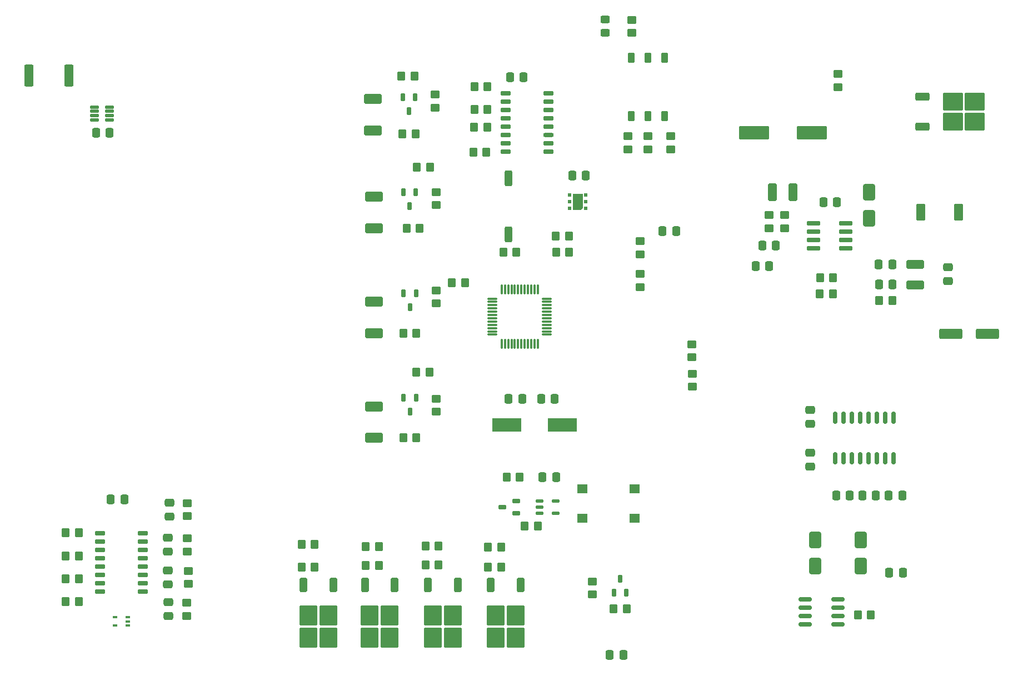
<source format=gtp>
G04 #@! TF.GenerationSoftware,KiCad,Pcbnew,9.0.0*
G04 #@! TF.CreationDate,2025-07-26T18:59:56+02:00*
G04 #@! TF.ProjectId,BANC_TEST_418,42414e43-5f54-4455-9354-5f3431382e6b,rev?*
G04 #@! TF.SameCoordinates,Original*
G04 #@! TF.FileFunction,Paste,Top*
G04 #@! TF.FilePolarity,Positive*
%FSLAX46Y46*%
G04 Gerber Fmt 4.6, Leading zero omitted, Abs format (unit mm)*
G04 Created by KiCad (PCBNEW 9.0.0) date 2025-07-26 18:59:56*
%MOMM*%
%LPD*%
G01*
G04 APERTURE LIST*
G04 Aperture macros list*
%AMRoundRect*
0 Rectangle with rounded corners*
0 $1 Rounding radius*
0 $2 $3 $4 $5 $6 $7 $8 $9 X,Y pos of 4 corners*
0 Add a 4 corners polygon primitive as box body*
4,1,4,$2,$3,$4,$5,$6,$7,$8,$9,$2,$3,0*
0 Add four circle primitives for the rounded corners*
1,1,$1+$1,$2,$3*
1,1,$1+$1,$4,$5*
1,1,$1+$1,$6,$7*
1,1,$1+$1,$8,$9*
0 Add four rect primitives between the rounded corners*
20,1,$1+$1,$2,$3,$4,$5,0*
20,1,$1+$1,$4,$5,$6,$7,0*
20,1,$1+$1,$6,$7,$8,$9,0*
20,1,$1+$1,$8,$9,$2,$3,0*%
%AMFreePoly0*
4,1,6,0.750000,-1.000000,-0.750000,-1.000000,-0.750000,1.150000,-0.500000,1.400000,0.750000,1.400000,0.750000,-1.000000,0.750000,-1.000000,$1*%
G04 Aperture macros list end*
%ADD10RoundRect,0.250000X-0.337500X-0.475000X0.337500X-0.475000X0.337500X0.475000X-0.337500X0.475000X0*%
%ADD11RoundRect,0.250000X-0.450000X0.350000X-0.450000X-0.350000X0.450000X-0.350000X0.450000X0.350000X0*%
%ADD12RoundRect,0.250000X-0.300000X0.500000X-0.300000X-0.500000X0.300000X-0.500000X0.300000X0.500000X0*%
%ADD13RoundRect,0.250000X0.350000X0.450000X-0.350000X0.450000X-0.350000X-0.450000X0.350000X-0.450000X0*%
%ADD14RoundRect,0.100000X0.225000X0.100000X-0.225000X0.100000X-0.225000X-0.100000X0.225000X-0.100000X0*%
%ADD15RoundRect,0.147500X-0.457500X-0.147500X0.457500X-0.147500X0.457500X0.147500X-0.457500X0.147500X0*%
%ADD16RoundRect,0.250000X-0.350000X-0.450000X0.350000X-0.450000X0.350000X0.450000X-0.350000X0.450000X0*%
%ADD17RoundRect,0.250000X-0.350000X0.850000X-0.350000X-0.850000X0.350000X-0.850000X0.350000X0.850000X0*%
%ADD18RoundRect,0.250000X-1.125000X1.275000X-1.125000X-1.275000X1.125000X-1.275000X1.125000X1.275000X0*%
%ADD19RoundRect,0.075000X-0.910000X-0.225000X0.910000X-0.225000X0.910000X0.225000X-0.910000X0.225000X0*%
%ADD20RoundRect,0.250000X0.310000X-0.970000X0.310000X0.970000X-0.310000X0.970000X-0.310000X-0.970000X0*%
%ADD21RoundRect,0.250000X0.475000X-0.337500X0.475000X0.337500X-0.475000X0.337500X-0.475000X-0.337500X0*%
%ADD22RoundRect,0.250000X0.650000X-1.000000X0.650000X1.000000X-0.650000X1.000000X-0.650000X-1.000000X0*%
%ADD23RoundRect,0.250000X0.450000X-0.350000X0.450000X0.350000X-0.450000X0.350000X-0.450000X-0.350000X0*%
%ADD24RoundRect,0.250000X-0.850000X-0.350000X0.850000X-0.350000X0.850000X0.350000X-0.850000X0.350000X0*%
%ADD25RoundRect,0.250000X-1.275000X-1.125000X1.275000X-1.125000X1.275000X1.125000X-1.275000X1.125000X0*%
%ADD26RoundRect,0.250000X0.337500X0.475000X-0.337500X0.475000X-0.337500X-0.475000X0.337500X-0.475000X0*%
%ADD27RoundRect,0.249999X-0.450001X-1.425001X0.450001X-1.425001X0.450001X1.425001X-0.450001X1.425001X0*%
%ADD28RoundRect,0.075000X-0.225000X0.540000X-0.225000X-0.540000X0.225000X-0.540000X0.225000X0.540000X0*%
%ADD29RoundRect,0.150000X-0.650000X-0.150000X0.650000X-0.150000X0.650000X0.150000X-0.650000X0.150000X0*%
%ADD30RoundRect,0.125000X-0.537500X-0.125000X0.537500X-0.125000X0.537500X0.125000X-0.537500X0.125000X0*%
%ADD31RoundRect,0.250000X-1.100000X0.412500X-1.100000X-0.412500X1.100000X-0.412500X1.100000X0.412500X0*%
%ADD32RoundRect,0.150000X-0.825000X-0.150000X0.825000X-0.150000X0.825000X0.150000X-0.825000X0.150000X0*%
%ADD33R,1.600000X1.400000*%
%ADD34RoundRect,0.250000X-1.100000X0.500000X-1.100000X-0.500000X1.100000X-0.500000X1.100000X0.500000X0*%
%ADD35R,4.500000X2.000000*%
%ADD36RoundRect,0.250000X0.445000X1.020000X-0.445000X1.020000X-0.445000X-1.020000X0.445000X-1.020000X0*%
%ADD37RoundRect,0.250000X-0.475000X0.337500X-0.475000X-0.337500X0.475000X-0.337500X0.475000X0.337500X0*%
%ADD38RoundRect,0.200000X-0.600000X-0.100000X0.600000X-0.100000X0.600000X0.100000X-0.600000X0.100000X0*%
%ADD39RoundRect,0.075000X0.225000X-0.540000X0.225000X0.540000X-0.225000X0.540000X-0.225000X-0.540000X0*%
%ADD40RoundRect,0.075000X0.540000X0.225000X-0.540000X0.225000X-0.540000X-0.225000X0.540000X-0.225000X0*%
%ADD41RoundRect,0.250000X-0.412500X-1.100000X0.412500X-1.100000X0.412500X1.100000X-0.412500X1.100000X0*%
%ADD42RoundRect,0.075000X-0.662500X-0.075000X0.662500X-0.075000X0.662500X0.075000X-0.662500X0.075000X0*%
%ADD43RoundRect,0.075000X-0.075000X-0.662500X0.075000X-0.662500X0.075000X0.662500X-0.075000X0.662500X0*%
%ADD44RoundRect,0.250000X-1.500000X-0.550000X1.500000X-0.550000X1.500000X0.550000X-1.500000X0.550000X0*%
%ADD45RoundRect,0.250000X0.450000X-0.325000X0.450000X0.325000X-0.450000X0.325000X-0.450000X-0.325000X0*%
%ADD46RoundRect,0.250001X-2.049999X-0.799999X2.049999X-0.799999X2.049999X0.799999X-2.049999X0.799999X0*%
%ADD47RoundRect,0.162500X0.162500X-0.750000X0.162500X0.750000X-0.162500X0.750000X-0.162500X-0.750000X0*%
%ADD48R,0.500000X0.500000*%
%ADD49FreePoly0,180.000000*%
G04 APERTURE END LIST*
D10*
X173012500Y-105850000D03*
X175087500Y-105850000D03*
X172787500Y-93850000D03*
X174862500Y-93850000D03*
D11*
X119050000Y-120100000D03*
X119050000Y-122100000D03*
D12*
X191590000Y-41900000D03*
X189050000Y-41900000D03*
X186510000Y-41900000D03*
X186510000Y-50800000D03*
X189050000Y-50800000D03*
X191590000Y-50800000D03*
D13*
X226300000Y-78900000D03*
X224300000Y-78900000D03*
D14*
X109800000Y-128450000D03*
X109800000Y-127800000D03*
X109800000Y-127150000D03*
X107900000Y-127150000D03*
X107900000Y-128450000D03*
D15*
X172540000Y-109450000D03*
X172540000Y-110400000D03*
X172540000Y-111350000D03*
X175050000Y-111350000D03*
X175050000Y-109450000D03*
D10*
X224225000Y-73400000D03*
X226300000Y-73400000D03*
D16*
X162637500Y-49795000D03*
X164637500Y-49795000D03*
X175025000Y-69075000D03*
X177025000Y-69075000D03*
D17*
X169660000Y-122275000D03*
D18*
X168905000Y-126900000D03*
X165855000Y-126900000D03*
X168905000Y-130250000D03*
X165855000Y-130250000D03*
D17*
X165100000Y-122275000D03*
D19*
X214300000Y-67090000D03*
X214300000Y-68360000D03*
X214300000Y-69630000D03*
X214300000Y-70900000D03*
X219240000Y-70900000D03*
X219240000Y-69630000D03*
X219240000Y-68360000D03*
X219240000Y-67090000D03*
D13*
X138300000Y-119500000D03*
X136300000Y-119500000D03*
D11*
X189050000Y-53850000D03*
X189050000Y-55850000D03*
D13*
X217250000Y-77875000D03*
X215250000Y-77875000D03*
D20*
X167800000Y-68855000D03*
X167800000Y-60245000D03*
D16*
X100350000Y-124800000D03*
X102350000Y-124800000D03*
D10*
X225750000Y-108615000D03*
X227825000Y-108615000D03*
D21*
X213825000Y-104190000D03*
X213825000Y-102115000D03*
D22*
X214550000Y-119350000D03*
X214550000Y-115350000D03*
D23*
X156810000Y-95850000D03*
X156810000Y-93850000D03*
D24*
X230935000Y-47845000D03*
D25*
X235560000Y-48600000D03*
X235560000Y-51650000D03*
X238910000Y-48600000D03*
X238910000Y-51650000D03*
D24*
X230935000Y-52405000D03*
D21*
X213825000Y-97690000D03*
X213825000Y-95615000D03*
D11*
X156660000Y-47500000D03*
X156660000Y-49500000D03*
D16*
X100350000Y-117800000D03*
X102350000Y-117800000D03*
D26*
X169937500Y-93850000D03*
X167862500Y-93850000D03*
D27*
X94775000Y-44600000D03*
X100875000Y-44600000D03*
D26*
X227912500Y-120400000D03*
X225837500Y-120400000D03*
D13*
X223050000Y-126850000D03*
X221050000Y-126850000D03*
D11*
X156810000Y-77350000D03*
X156810000Y-79350000D03*
X118925000Y-115150000D03*
X118925000Y-117150000D03*
D21*
X115925000Y-122125000D03*
X115925000Y-120050000D03*
D10*
X104975000Y-53350000D03*
X107050000Y-53350000D03*
D28*
X153610000Y-47940000D03*
X151710000Y-47940000D03*
X152660000Y-50060000D03*
D16*
X146100000Y-116400000D03*
X148100000Y-116400000D03*
D29*
X105600000Y-114355000D03*
X105600000Y-115625000D03*
X105600000Y-116895000D03*
X105600000Y-118165000D03*
X105600000Y-119435000D03*
X105600000Y-120705000D03*
X105600000Y-121975000D03*
X105600000Y-123245000D03*
X112100000Y-123245000D03*
X112100000Y-121975000D03*
X112100000Y-120705000D03*
X112100000Y-119435000D03*
X112100000Y-118165000D03*
X112100000Y-116895000D03*
X112100000Y-115625000D03*
X112100000Y-114355000D03*
D16*
X100350000Y-121300000D03*
X102350000Y-121300000D03*
D30*
X104775000Y-49400000D03*
X104775000Y-50050000D03*
X104775000Y-50700000D03*
X104775000Y-51350000D03*
X107050000Y-51350000D03*
X107050000Y-50700000D03*
X107050000Y-50050000D03*
X107050000Y-49400000D03*
D23*
X195825000Y-92050000D03*
X195825000Y-90050000D03*
D31*
X229800000Y-73375000D03*
X229800000Y-76500000D03*
D16*
X162457500Y-56295000D03*
X164457500Y-56295000D03*
D32*
X213075000Y-124445000D03*
X213075000Y-125715000D03*
X213075000Y-126985000D03*
X213075000Y-128255000D03*
X218025000Y-128255000D03*
X218025000Y-126985000D03*
X218025000Y-125715000D03*
X218025000Y-124445000D03*
D16*
X152310000Y-67850000D03*
X154310000Y-67850000D03*
D33*
X179087500Y-107600000D03*
X187087500Y-107600000D03*
X179087500Y-112100000D03*
X187087500Y-112100000D03*
D10*
X177550000Y-59850000D03*
X179625000Y-59850000D03*
D34*
X147310000Y-79050000D03*
X147310000Y-83850000D03*
D13*
X155800000Y-89800000D03*
X153800000Y-89800000D03*
D10*
X107225000Y-109235000D03*
X109300000Y-109235000D03*
D26*
X185337500Y-132950000D03*
X183262500Y-132950000D03*
D13*
X153500000Y-44700000D03*
X151500000Y-44700000D03*
D21*
X116150000Y-111825000D03*
X116150000Y-109750000D03*
D16*
X162600000Y-52485000D03*
X164600000Y-52485000D03*
D13*
X169550000Y-105850000D03*
X167550000Y-105850000D03*
D23*
X118925000Y-111775000D03*
X118925000Y-109775000D03*
D28*
X153710000Y-62350000D03*
X151810000Y-62350000D03*
X152760000Y-64470000D03*
D10*
X221750000Y-108615000D03*
X223825000Y-108615000D03*
D23*
X180600000Y-123700000D03*
X180600000Y-121700000D03*
D17*
X160107500Y-122275000D03*
D18*
X159352500Y-126900000D03*
X156302500Y-126900000D03*
X159352500Y-130250000D03*
X156302500Y-130250000D03*
D17*
X155547500Y-122275000D03*
D35*
X167550000Y-97850000D03*
X176050000Y-97850000D03*
D11*
X187890000Y-69850000D03*
X187890000Y-71850000D03*
D36*
X236405000Y-65400000D03*
X230695000Y-65400000D03*
D16*
X151810000Y-99850000D03*
X153810000Y-99850000D03*
X167030000Y-71500000D03*
X169030000Y-71500000D03*
D37*
X234800000Y-73825000D03*
X234800000Y-75900000D03*
D17*
X141155000Y-122275000D03*
D18*
X140400000Y-126900000D03*
X137350000Y-126900000D03*
X140400000Y-130250000D03*
X137350000Y-130250000D03*
D17*
X136595000Y-122275000D03*
D34*
X147310000Y-63050000D03*
X147310000Y-67850000D03*
D16*
X100350000Y-114300000D03*
X102350000Y-114300000D03*
D34*
X147310000Y-95050000D03*
X147310000Y-99850000D03*
D16*
X159200000Y-76200000D03*
X161200000Y-76200000D03*
D23*
X156810000Y-64350000D03*
X156810000Y-62350000D03*
D21*
X115900000Y-117125000D03*
X115900000Y-115050000D03*
D22*
X222800000Y-66400000D03*
X222800000Y-62400000D03*
D13*
X172300000Y-113250000D03*
X170300000Y-113250000D03*
D29*
X167387500Y-47350000D03*
X167387500Y-48620000D03*
X167387500Y-49890000D03*
X167387500Y-51160000D03*
X167387500Y-52430000D03*
X167387500Y-53700000D03*
X167387500Y-54970000D03*
X167387500Y-56240000D03*
X173887500Y-56240000D03*
X173887500Y-54970000D03*
D38*
X173887500Y-53700000D03*
D29*
X173887500Y-52430000D03*
X173887500Y-51160000D03*
X173887500Y-49890000D03*
X173887500Y-48620000D03*
X173887500Y-47350000D03*
D23*
X218050000Y-46350000D03*
X218050000Y-44350000D03*
D13*
X148100000Y-119300000D03*
X146100000Y-119300000D03*
D10*
X168050000Y-44850000D03*
X170125000Y-44850000D03*
D11*
X207550000Y-65850000D03*
X207550000Y-67850000D03*
D28*
X153760000Y-77790000D03*
X151860000Y-77790000D03*
X152810000Y-79910000D03*
D13*
X157200000Y-119200000D03*
X155200000Y-119200000D03*
D26*
X208587500Y-70550000D03*
X206512500Y-70550000D03*
D16*
X175075000Y-71550000D03*
X177075000Y-71550000D03*
D39*
X183900000Y-123410000D03*
X185800000Y-123410000D03*
X184850000Y-121290000D03*
D11*
X118800000Y-124950000D03*
X118800000Y-126950000D03*
D40*
X169050000Y-111350000D03*
X169050000Y-109450000D03*
X166930000Y-110400000D03*
D11*
X186050000Y-53850000D03*
X186050000Y-55850000D03*
D41*
X208025000Y-62350000D03*
X211150000Y-62350000D03*
D11*
X192550000Y-53850000D03*
X192550000Y-55850000D03*
D10*
X217750000Y-108615000D03*
X219825000Y-108615000D03*
D42*
X165387500Y-78600000D03*
X165387500Y-79100000D03*
X165387500Y-79600000D03*
X165387500Y-80100000D03*
X165387500Y-80600000D03*
X165387500Y-81100000D03*
X165387500Y-81600000D03*
X165387500Y-82100000D03*
X165387500Y-82600000D03*
X165387500Y-83100000D03*
X165387500Y-83600000D03*
X165387500Y-84100000D03*
D43*
X166800000Y-85512500D03*
X167300000Y-85512500D03*
X167800000Y-85512500D03*
X168300000Y-85512500D03*
X168800000Y-85512500D03*
X169300000Y-85512500D03*
X169800000Y-85512500D03*
X170300000Y-85512500D03*
X170800000Y-85512500D03*
X171300000Y-85512500D03*
X171800000Y-85512500D03*
X172300000Y-85512500D03*
D42*
X173712500Y-84100000D03*
X173712500Y-83600000D03*
X173712500Y-83100000D03*
X173712500Y-82600000D03*
X173712500Y-82100000D03*
X173712500Y-81600000D03*
X173712500Y-81100000D03*
X173712500Y-80600000D03*
X173712500Y-80100000D03*
X173712500Y-79600000D03*
X173712500Y-79100000D03*
X173712500Y-78600000D03*
D43*
X172300000Y-77187500D03*
X171800000Y-77187500D03*
X171300000Y-77187500D03*
X170800000Y-77187500D03*
X170300000Y-77187500D03*
X169800000Y-77187500D03*
X169300000Y-77187500D03*
X168800000Y-77187500D03*
X168300000Y-77187500D03*
X167800000Y-77187500D03*
X167300000Y-77187500D03*
X166800000Y-77187500D03*
D23*
X195800000Y-87550000D03*
X195800000Y-85550000D03*
D16*
X155200000Y-116300000D03*
X157200000Y-116300000D03*
D13*
X155900000Y-58600000D03*
X153900000Y-58600000D03*
D44*
X235200000Y-84000000D03*
X240800000Y-84000000D03*
D16*
X164700000Y-116500000D03*
X166700000Y-116500000D03*
D10*
X215800000Y-63900000D03*
X217875000Y-63900000D03*
D23*
X186650000Y-38100000D03*
X186650000Y-36100000D03*
D10*
X191315000Y-68350000D03*
X193390000Y-68350000D03*
D16*
X162637500Y-46295000D03*
X164637500Y-46295000D03*
D13*
X185850000Y-125850000D03*
X183850000Y-125850000D03*
D28*
X153760000Y-93730000D03*
X151860000Y-93730000D03*
X152810000Y-95850000D03*
D16*
X151660000Y-53500000D03*
X153660000Y-53500000D03*
D13*
X166700000Y-119500000D03*
X164700000Y-119500000D03*
D23*
X209950000Y-67850000D03*
X209950000Y-65850000D03*
D16*
X151810000Y-83850000D03*
X153810000Y-83850000D03*
D45*
X182600000Y-38125000D03*
X182600000Y-36075000D03*
D46*
X205250000Y-53350000D03*
X214050000Y-53350000D03*
D37*
X115975000Y-124900000D03*
X115975000Y-126975000D03*
D34*
X147160000Y-48200000D03*
X147160000Y-53000000D03*
D11*
X187890000Y-74850000D03*
X187890000Y-76850000D03*
D22*
X221550000Y-119350000D03*
X221550000Y-115350000D03*
D47*
X217605000Y-102937500D03*
X218875000Y-102937500D03*
X220145000Y-102937500D03*
X221415000Y-102937500D03*
X222685000Y-102937500D03*
X223955000Y-102937500D03*
X225225000Y-102937500D03*
X226495000Y-102937500D03*
X226495000Y-96762500D03*
X225225000Y-96762500D03*
X223955000Y-96762500D03*
X222685000Y-96762500D03*
X221415000Y-96762500D03*
X220145000Y-96762500D03*
X218875000Y-96762500D03*
X217605000Y-96762500D03*
D17*
X150507500Y-122275000D03*
D18*
X149752500Y-126900000D03*
X146702500Y-126900000D03*
X149752500Y-130250000D03*
X146702500Y-130250000D03*
D17*
X145947500Y-122275000D03*
D10*
X205475000Y-73650000D03*
X207550000Y-73650000D03*
D16*
X136300000Y-116100000D03*
X138300000Y-116100000D03*
D48*
X179625000Y-64850000D03*
X179625000Y-63850000D03*
X179625000Y-62850000D03*
X177125000Y-62850000D03*
X177125000Y-63850000D03*
X177125000Y-64850000D03*
D49*
X178375000Y-63650000D03*
D16*
X215300000Y-75400000D03*
X217300000Y-75400000D03*
D10*
X224300000Y-76400000D03*
X226375000Y-76400000D03*
M02*

</source>
